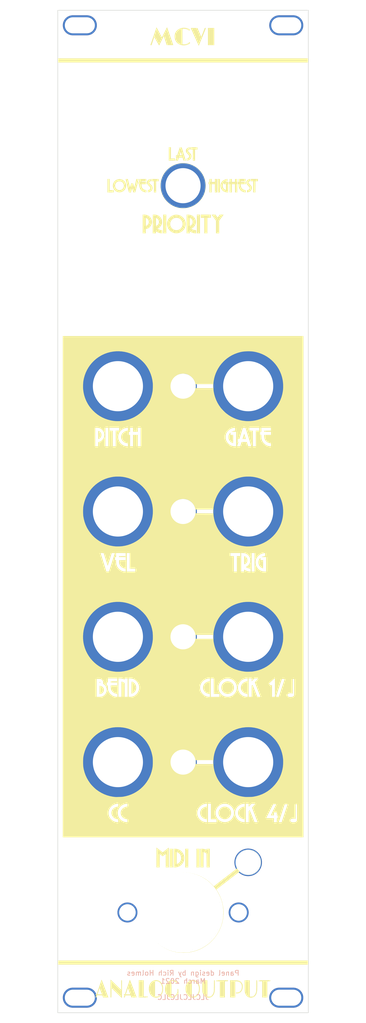
<source format=kicad_pcb>
(kicad_pcb (version 20171130) (host pcbnew 5.1.9-73d0e3b20d~88~ubuntu20.04.1)
  (layers (0 F.Cu signal) (31 B.Cu signal) (34 B.Paste user) (35 F.Paste user) (36 B.SilkS user) (37 F.SilkS user) (38 B.Mask user) (39 F.Mask user) (44 Edge.Cuts user))
  (net 0 "")
  (net 1 GND)
  (module MCVI:MCVI_panel_art (layer F.Cu) (at 41.1 107.6)
    (fp_text reference G*** hide)
    (fp_text value LOGO hide)
  )
  (module MCVI:MCVI_panel_holes (layer F.Cu) (at 41.1 107.6)
    (fp_text reference G*** hide)
    (fp_text value LOGO hide)
  )
  (module Kosmo_panel:Kosmo_MIDI_5_Pin_DIN (layer F.Cu) (at 41.1 187.6)
    (fp_text reference REF**)
    (fp_text value Kosmo_MIDI_5_Pin_DIN)
    (pad 3 thru_hole circle (at 11.1 0) (size 4 4) (drill 3.3) (layers *.Cu *.Mask) (net 1 GND))
    (pad 2 thru_hole circle (at -11.1 0) (size 4 4) (drill 3.3) (layers *.Cu *.Mask) (net 1 GND))
    (pad "" np_thru_hole circle (at 0 0) (size 16 16) (drill 16) (layers *.Cu *.Mask))
  )
  (module Kosmo_panel:Kosmo_Panel_Dual_Slotted_Mounting_Hole (layer F.Cu) (at 63.1 10.6 180)
    (fp_text reference REF** hide)
    (fp_text value Kosmo_Panel_Dual_Slotted_Mounting_Hole)
    (pad 1 thru_hole oval (at 1.4 -194 180) (size 6.8 4) (drill oval 6 3.2) (layers *.Cu *.Mask) (net 1 GND))
    (pad 1 thru_hole oval (at 1.4 0 180) (size 6.8 4) (drill oval 6 3.2) (layers *.Cu *.Mask) (net 1 GND))
  )
  (module Kosmo_panel:Kosmo_Panel_Dual_Slotted_Mounting_Hole (layer F.Cu) (at 19.1 204.6)
    (fp_text reference REF** hide)
    (fp_text value Kosmo_Panel_Dual_Slotted_Mounting_Hole)
    (pad 1 thru_hole oval (at 1.4 -194) (size 6.8 4) (drill oval 6 3.2) (layers *.Cu *.Mask) (net 1 GND))
    (pad 1 thru_hole oval (at 1.4 0) (size 6.8 4) (drill oval 6 3.2) (layers *.Cu *.Mask) (net 1 GND))
  )
  (module Kosmo_panel:Kosmo_Jack_Hole (layer F.Cu) (at 54.1 82.6)
    (fp_text reference H13 hide)
    (fp_text value Jack_Hole)
    (pad 1 thru_hole circle (at 0 0) (size 14 14) (drill 10) (layers *.Cu *.Mask) (net 1 GND))
  )
  (module Kosmo_panel:Kosmo_Jack_Hole (layer F.Cu) (at 28.1 82.6)
    (fp_text reference H13 hide)
    (fp_text value Jack_Hole)
    (pad 1 thru_hole circle (at 0 0) (size 14 14) (drill 10) (layers *.Cu *.Mask) (net 1 GND))
  )
  (module Kosmo_panel:Kosmo_Jack_Hole (layer F.Cu) (at 28.1 107.6)
    (fp_text reference H13 hide)
    (fp_text value Jack_Hole)
    (pad 1 thru_hole circle (at 0 0) (size 14 14) (drill 10) (layers *.Cu *.Mask) (net 1 GND))
  )
  (module Kosmo_panel:Kosmo_Jack_Hole (layer F.Cu) (at 54.1 107.6)
    (fp_text reference H13 hide)
    (fp_text value Jack_Hole)
    (pad 1 thru_hole circle (at 0 0) (size 14 14) (drill 10) (layers *.Cu *.Mask) (net 1 GND))
  )
  (module Kosmo_panel:Kosmo_Jack_Hole (layer F.Cu) (at 54.1 132.6)
    (fp_text reference H13 hide)
    (fp_text value Jack_Hole)
    (pad 1 thru_hole circle (at 0 0) (size 14 14) (drill 10) (layers *.Cu *.Mask) (net 1 GND))
  )
  (module Kosmo_panel:Kosmo_Jack_Hole (layer F.Cu) (at 28.1 132.6)
    (fp_text reference H13 hide)
    (fp_text value Jack_Hole)
    (pad 1 thru_hole circle (at 0 0) (size 14 14) (drill 10) (layers *.Cu *.Mask) (net 1 GND))
  )
  (module Kosmo_panel:Kosmo_LED_Hole (layer F.Cu) (at 54.1 177.6)
    (fp_text reference H5 hide)
    (fp_text value Led_Hole)
    (pad 1 thru_hole circle (at 0 0) (size 5.5 5.5) (drill 5) (layers *.Cu *.Mask))
  )
  (module Kosmo_panel:Kosmo_LED_Hole (layer F.Cu) (at 41.1 157.6)
    (fp_text reference H5 hide)
    (fp_text value Led_Hole)
    (pad 1 thru_hole circle (at 0 0) (size 5.5 5.5) (drill 5) (layers *.Cu *.Mask))
  )
  (module Kosmo_panel:Kosmo_LED_Hole (layer F.Cu) (at 41.1 132.6)
    (fp_text reference H5 hide)
    (fp_text value Led_Hole)
    (pad 1 thru_hole circle (at 0 0) (size 5.5 5.5) (drill 5) (layers *.Cu *.Mask))
  )
  (module Kosmo_panel:Kosmo_Jack_Hole (layer F.Cu) (at 28.1 157.6)
    (fp_text reference H13 hide)
    (fp_text value Jack_Hole)
    (pad 1 thru_hole circle (at 0 0) (size 14 14) (drill 10) (layers *.Cu *.Mask) (net 1 GND))
  )
  (module Kosmo_panel:Kosmo_Jack_Hole (layer F.Cu) (at 54.1 157.6)
    (fp_text reference H12 hide)
    (fp_text value Jack_Hole)
    (pad 1 thru_hole circle (at 0 0) (size 14 14) (drill 10) (layers *.Cu *.Mask) (net 1 GND))
  )
  (module Kosmo_panel:Kosmo_LED_Hole (layer F.Cu) (at 41.1 132.6)
    (fp_text reference H7 hide)
    (fp_text value Led_Hole)
    (pad 1 thru_hole circle (at 0 0) (size 5.5 5.5) (drill 5) (layers *.Cu *.Mask))
  )
  (module Kosmo_panel:Kosmo_LED_Hole (layer F.Cu) (at 41.1 82.6)
    (fp_text reference H6 hide)
    (fp_text value Led_Hole)
    (pad 1 thru_hole circle (at 0 0) (size 5.5 5.5) (drill 5) (layers *.Cu *.Mask))
  )
  (module Kosmo_panel:Kosmo_LED_Hole (layer F.Cu) (at 41.1 107.6)
    (fp_text reference H5 hide)
    (fp_text value Led_Hole)
    (pad 1 thru_hole circle (at 0 0) (size 5.5 5.5) (drill 5) (layers *.Cu *.Mask))
  )
  (module Kosmo_panel:Kosmo_Switch_Hole (layer F.Cu) (at 41.1 42.6)
    (fp_text reference H3 hide)
    (fp_text value Switch_Hole)
    (pad 1 thru_hole circle (at 0 0) (size 9 9) (drill 7) (layers *.Cu *.Mask) (net 1 GND))
  )
  (gr_text "Panel design by Rich Holmes\nMarch 2021\n\nJLCJLCJLCJLC" (at 41.1 202.1) (layer B.SilkS) (effects (font (size 1 1)) (justify mirror)))
  (gr_line (start 66.1 7.6) (end 16.1 7.6) (layer Edge.Cuts) (width 0.1))
  (gr_line (start 66.1 207.6) (end 66.1 7.6) (layer Edge.Cuts) (width 0.1))
  (gr_line (start 16.1 207.6) (end 66.1 207.6) (layer Edge.Cuts) (width 0.1))
  (gr_line (start 16.1 7.6) (end 16.1 207.6) (layer Edge.Cuts) (width 0.1))
)
</source>
